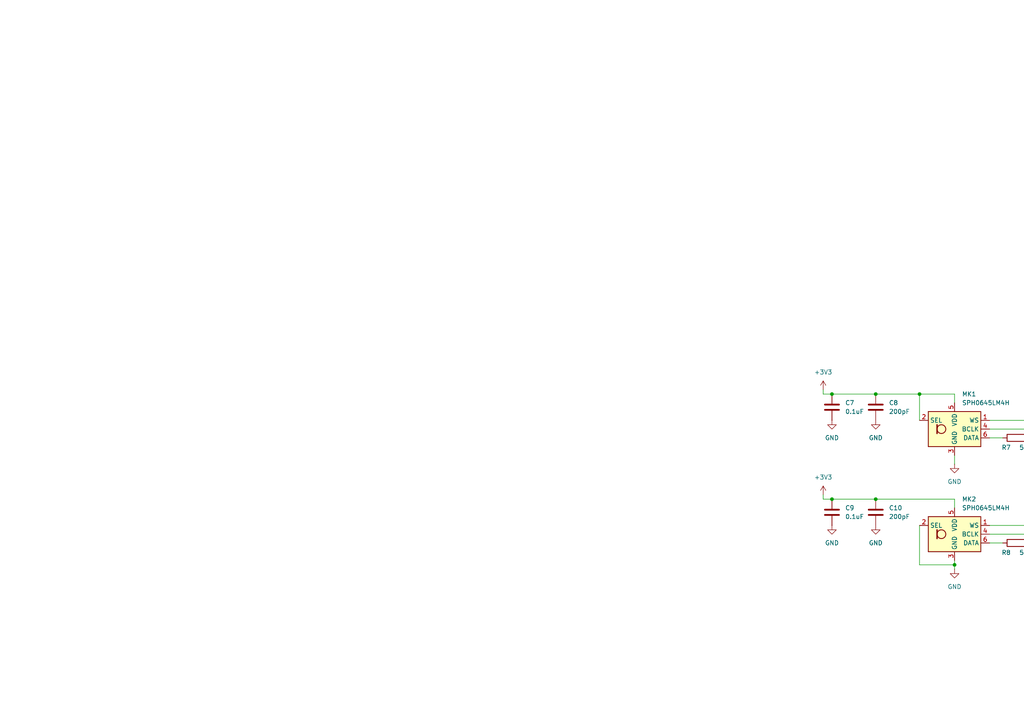
<source format=kicad_sch>
(kicad_sch (version 20250114) (generator "eeschema") (generator_version "9.0")
  (paper "A4")
  (lib_symbols
    (symbol "Device:C" (pin_numbers (hide yes)) (pin_names (offset 0.254))
      (property "Reference" "C" (at 0.635 2.54 0))
      (property "Value" "C" (at 0.635 -2.54 0))
      (symbol "C_0_1"
        (polyline (pts (xy -2.032 0.762) (xy 2.032 0.762)) (stroke (width 0.508)))
        (polyline (pts (xy -2.032 -0.762) (xy 2.032 -0.762)) (stroke (width 0.508)))
      )
      (symbol "C_1_1"
        (pin passive line (at 0 3.81 270) (length 2.794) (name "~") (number "1"))
        (pin passive line (at 0 -3.81 90) (length 2.794) (name "~") (number "2"))
      )
    )
    (symbol "Device:R" (pin_numbers (hide yes)) (pin_names (offset 0))
      (property "Reference" "R" (at 2.032 0 90))
      (property "Value" "R" (at 0 0 90))
      (symbol "R_0_1"
        (rectangle (start -1.016 -2.54) (end 1.016 2.54) (stroke (width 0.254)))
      )
      (symbol "R_1_1"
        (pin passive line (at 0 3.81 270) (length 1.27) (name "~") (number "1"))
        (pin passive line (at 0 -3.81 90) (length 1.27) (name "~") (number "2"))
      )
    )
    (symbol "Sensor_Audio:SPH0645LM4H"
      (property "Reference" "MK" (at -7.62 6.35 0))
      (property "Value" "SPH0645LM4H" (at 1.27 6.35 0))
      (symbol "SPH0645LM4H_1_1"
        (rectangle (start -7.62 5.08) (end 7.62 -5.08) (stroke (width 0.254)) (fill (type background)))
        (polyline (pts (xy -5.08 1.27) (xy -5.08 -1.27)) (stroke (width 0.381)))
        (circle (center -3.81 0) (radius 1.27) (stroke (width 0.254)))
        (pin input line (at -10.16 2.54 0) (length 2.54) (name "SEL") (number "2"))
        (pin power_in line (at 0 7.62 270) (length 2.54) (name "VDD") (number "5"))
        (pin power_in line (at 0 -7.62 90) (length 2.54) (name "GND") (number "3"))
        (pin input line (at 10.16 2.54 180) (length 2.54) (name "WS") (number "1"))
        (pin input line (at 10.16 0 180) (length 2.54) (name "BCLK") (number "4"))
        (pin output line (at 10.16 -2.54 180) (length 2.54) (name "DATA") (number "6"))
      )
    )
    (symbol "power:+3V3" (power) (pin_numbers (hide yes)) (pin_names (offset 0) (hide yes))
      (property "Value" "+3V3" (at 0 3.556 0))
      (symbol "+3V3_0_1"
        (polyline (pts (xy -0.762 1.27) (xy 0 2.54)))
        (polyline (pts (xy 0 2.54) (xy 0.762 1.27)))
        (polyline (pts (xy 0 0) (xy 0 2.54)))
      )
      (symbol "+3V3_1_1"
        (pin power_in line (at 0 0 90) (length 0) (name "~") (number "1"))
      )
    )
    (symbol "power:GND" (power) (pin_numbers (hide yes)) (pin_names (offset 0) (hide yes))
      (property "Value" "GND" (at 0 -3.81 0))
      (symbol "GND_0_1"
        (polyline (pts (xy 0 0) (xy 0 -1.27) (xy 1.27 -1.27) (xy 0 -2.54) (xy -1.27 -1.27) (xy 0 -1.27)))
      )
      (symbol "GND_1_1"
        (pin power_in line (at 0 0 270) (length 0) (name "~") (number "1"))
      )
    )
  )
  (junction (at 241.3 144.78))
  (junction (at 276.86 163.83))
  (junction (at 254 144.78))
  (junction (at 302.26 121.92))
  (junction (at 307.34 127))
  (junction (at 304.8 124.46))
  (junction (at 241.3 114.3))
  (junction (at 266.7 114.3))
  (junction (at 254 114.3))
  (wire (pts (xy 241.3 114.3) (xy 254 114.3)))
  (wire (pts (xy 320.04 124.46) (xy 325.12 124.46)))
  (wire (pts (xy 287.02 157.48) (xy 290.83 157.48)))
  (wire (pts (xy 298.45 127) (xy 307.34 127)))
  (wire (pts (xy 238.76 113.03) (xy 238.76 114.3)))
  (wire (pts (xy 238.76 114.3) (xy 241.3 114.3)))
  (wire (pts (xy 287.02 152.4) (xy 302.26 152.4)))
  (wire (pts (xy 254 144.78) (xy 276.86 144.78)))
  (wire (pts (xy 276.86 132.08) (xy 276.86 134.62)))
  (wire (pts (xy 276.86 114.3) (xy 276.86 116.84)))
  (wire (pts (xy 266.7 114.3) (xy 276.86 114.3)))
  (wire (pts (xy 266.7 114.3) (xy 266.7 121.92)))
  (wire (pts (xy 304.8 124.46) (xy 312.42 124.46)))
  (wire (pts (xy 302.26 121.92) (xy 306.07 121.92)))
  (wire (pts (xy 266.7 163.83) (xy 276.86 163.83)))
  (wire (pts (xy 287.02 121.92) (xy 302.26 121.92)))
  (wire (pts (xy 307.34 127) (xy 325.12 127)))
  (wire (pts (xy 287.02 127) (xy 290.83 127)))
  (wire (pts (xy 313.69 121.92) (xy 325.12 121.92)))
  (wire (pts (xy 266.7 152.4) (xy 266.7 163.83)))
  (wire (pts (xy 276.86 162.56) (xy 276.86 163.83)))
  (wire (pts (xy 287.02 124.46) (xy 304.8 124.46)))
  (wire (pts (xy 298.45 157.48) (xy 307.34 157.48)))
  (wire (pts (xy 238.76 143.51) (xy 238.76 144.78)))
  (wire (pts (xy 302.26 121.92) (xy 302.26 152.4)))
  (wire (pts (xy 241.3 144.78) (xy 254 144.78)))
  (wire (pts (xy 307.34 127) (xy 307.34 157.48)))
  (wire (pts (xy 304.8 124.46) (xy 304.8 154.94)))
  (wire (pts (xy 276.86 144.78) (xy 276.86 147.32)))
  (wire (pts (xy 254 114.3) (xy 266.7 114.3)))
  (wire (pts (xy 287.02 154.94) (xy 304.8 154.94)))
  (wire (pts (xy 238.76 144.78) (xy 241.3 144.78)))
  (wire (pts (xy 276.86 163.83) (xy 276.86 165.1)))
  (symbol (lib_id "power:GND") (at 254 121.92 0) (unit 1)
    (property "Reference" "#PWR012" (effects (hide yes)))
    (property "Value" "GND" (at 254 127 0))
    (property "Description" "Power symbol creates a global label with name \"GND\" , ground" (effects (hide yes)))
  )
  (symbol (lib_id "power:+3V3") (at 238.76 113.03 0) (unit 1)
    (property "Reference" "#PWR013" (effects (hide yes)))
    (property "Value" "+3V3" (at 238.76 107.95 0))
    (property "Description" "Power symbol creates a global label with name \"+3V3\"" (effects (hide yes)))
  )
  (symbol (lib_id "power:GND") (at 241.3 121.92 0) (unit 1)
    (property "Reference" "#PWR011" (effects (hide yes)))
    (property "Value" "GND" (at 241.3 127 0))
    (property "Description" "Power symbol creates a global label with name \"GND\" , ground" (effects (hide yes)))
  )
  (symbol (lib_id "Sensor_Audio:SPH0645LM4H") (at 276.86 124.46 0) (unit 1)
    (property "Reference" "MK1" (at 279.0033 114.3 0) (effects (justify left)))
    (property "Value" "SPH0645LM4H" (at 279.0033 116.84 0) (effects (justify left)))
    (property "Footprint" "Sensor_Audio:Knowles_SPH0645LM4H-6_3.5x2.65mm" (effects (hide yes)))
    (property "Datasheet" "https://www.knowles.com/docs/default-source/default-document-library/sph0645lm4h-1-datasheet.pdf" (effects (hide yes)))
    (property "Description" "Knowles MEMS Microphone, 24-bit I2S, 65 dBA SNR, LGA-6" (effects (hide yes)))
  )
  (symbol (lib_id "Device:R") (at 316.23 124.46 90) (unit 1)
    (property "Reference" "R9" (at 311.658 125.984 90))
    (property "Value" "51" (at 320.294 126.238 90))
    (property "Description" "Resistor" (effects (hide yes)))
  )
  (symbol (lib_id "power:GND") (at 276.86 134.62 0) (unit 1)
    (property "Reference" "#PWR010" (effects (hide yes)))
    (property "Value" "GND" (at 276.86 139.7 0))
    (property "Description" "Power symbol creates a global label with name \"GND\" , ground" (effects (hide yes)))
  )
  (symbol (lib_id "Device:R") (at 294.64 157.48 90) (unit 1)
    (property "Reference" "R8" (at 291.846 160.274 90))
    (property "Value" "51" (at 296.926 160.274 90))
    (property "Description" "Resistor" (effects (hide yes)))
  )
  (symbol (lib_id "Device:C") (at 254 118.11 0) (unit 1)
    (property "Reference" "C8" (at 257.81 116.8399 0) (effects (justify left)))
    (property "Value" "200pF" (at 257.81 119.3799 0) (effects (justify left)))
    (property "Description" "Unpolarized capacitor" (effects (hide yes)))
  )
  (symbol (lib_id "Device:R") (at 309.88 121.92 90) (unit 1)
    (property "Reference" "R10" (at 306.324 119.38 90))
    (property "Value" "51" (at 311.912 119.38 90))
    (property "Description" "Resistor" (effects (hide yes)))
  )
  (symbol (lib_id "power:GND") (at 276.86 165.1 0) (unit 1)
    (property "Reference" "#PWR017" (effects (hide yes)))
    (property "Value" "GND" (at 276.86 170.18 0))
    (property "Description" "Power symbol creates a global label with name \"GND\" , ground" (effects (hide yes)))
  )
  (symbol (lib_id "Device:R") (at 294.64 127 90) (unit 1)
    (property "Reference" "R7" (at 291.846 129.794 90))
    (property "Value" "51" (at 296.926 129.794 90))
    (property "Description" "Resistor" (effects (hide yes)))
  )
  (symbol (lib_id "power:+3V3") (at 238.76 143.51 0) (unit 1)
    (property "Reference" "#PWR014" (effects (hide yes)))
    (property "Value" "+3V3" (at 238.76 138.43 0))
    (property "Description" "Power symbol creates a global label with name \"+3V3\"" (effects (hide yes)))
  )
  (symbol (lib_id "Device:C") (at 241.3 118.11 0) (unit 1)
    (property "Reference" "C7" (at 245.11 116.8399 0) (effects (justify left)))
    (property "Value" "0.1uF" (at 245.11 119.3799 0) (effects (justify left)))
    (property "Description" "Unpolarized capacitor" (effects (hide yes)))
  )
  (symbol (lib_id "Sensor_Audio:SPH0645LM4H") (at 276.86 154.94 0) (unit 1)
    (property "Reference" "MK2" (at 279.0033 144.78 0) (effects (justify left)))
    (property "Value" "SPH0645LM4H" (at 279.0033 147.32 0) (effects (justify left)))
    (property "Footprint" "Sensor_Audio:Knowles_SPH0645LM4H-6_3.5x2.65mm" (effects (hide yes)))
    (property "Datasheet" "https://www.knowles.com/docs/default-source/default-document-library/sph0645lm4h-1-datasheet.pdf" (effects (hide yes)))
    (property "Description" "Knowles MEMS Microphone, 24-bit I2S, 65 dBA SNR, LGA-6" (effects (hide yes)))
  )
  (symbol (lib_id "Device:C") (at 254 148.59 0) (unit 1)
    (property "Reference" "C10" (at 257.81 147.3199 0) (effects (justify left)))
    (property "Value" "200pF" (at 257.81 149.8599 0) (effects (justify left)))
    (property "Description" "Unpolarized capacitor" (effects (hide yes)))
  )
  (symbol (lib_id "power:GND") (at 254 152.4 0) (unit 1)
    (property "Reference" "#PWR016" (effects (hide yes)))
    (property "Value" "GND" (at 254 157.48 0))
    (property "Description" "Power symbol creates a global label with name \"GND\" , ground" (effects (hide yes)))
  )
  (symbol (lib_id "power:GND") (at 241.3 152.4 0) (unit 1)
    (property "Reference" "#PWR015" (effects (hide yes)))
    (property "Value" "GND" (at 241.3 157.48 0))
    (property "Description" "Power symbol creates a global label with name \"GND\" , ground" (effects (hide yes)))
  )
  (symbol (lib_id "Device:C") (at 241.3 148.59 0) (unit 1)
    (property "Reference" "C9" (at 245.11 147.3199 0) (effects (justify left)))
    (property "Value" "0.1uF" (at 245.11 149.8599 0) (effects (justify left)))
    (property "Description" "Unpolarized capacitor" (effects (hide yes)))
  )
)
</source>
